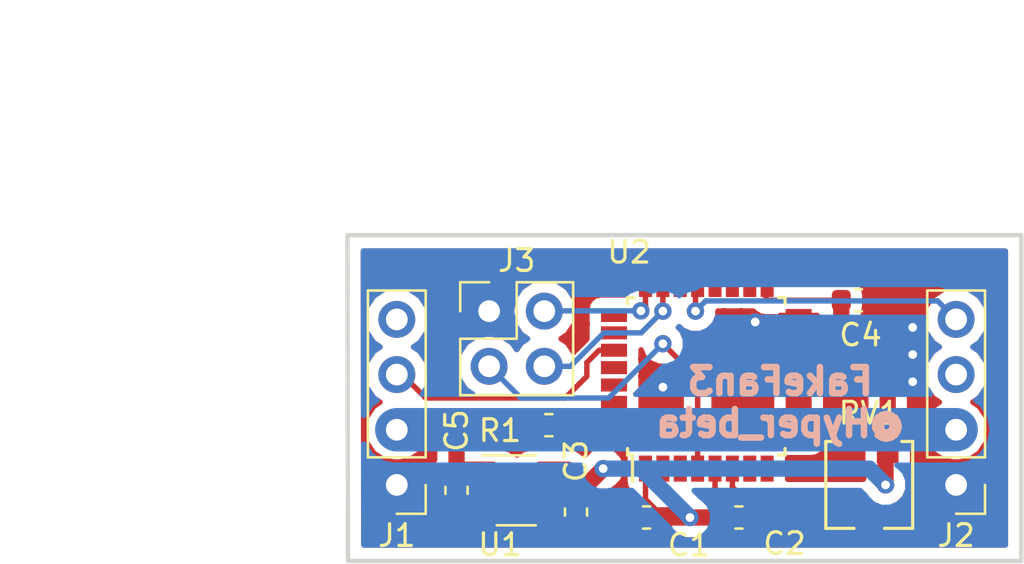
<source format=kicad_pcb>
(kicad_pcb (version 20171130) (host pcbnew "(5.0.0-dirty)")

  (general
    (thickness 1.6)
    (drawings 7)
    (tracks 105)
    (zones 0)
    (modules 12)
    (nets 11)
  )

  (page A4)
  (layers
    (0 F.Cu signal)
    (31 B.Cu signal)
    (32 B.Adhes user)
    (33 F.Adhes user)
    (34 B.Paste user)
    (35 F.Paste user)
    (36 B.SilkS user)
    (37 F.SilkS user)
    (38 B.Mask user)
    (39 F.Mask user)
    (40 Dwgs.User user)
    (41 Cmts.User user)
    (42 Eco1.User user)
    (43 Eco2.User user)
    (44 Edge.Cuts user)
    (45 Margin user)
    (46 B.CrtYd user)
    (47 F.CrtYd user)
    (48 B.Fab user)
    (49 F.Fab user hide)
  )

  (setup
    (last_trace_width 0.75)
    (user_trace_width 0.5)
    (user_trace_width 0.75)
    (user_trace_width 1)
    (user_trace_width 1.5)
    (user_trace_width 2)
    (trace_clearance 0.2)
    (zone_clearance 0.508)
    (zone_45_only no)
    (trace_min 0.2)
    (segment_width 0.2)
    (edge_width 0.15)
    (via_size 0.8)
    (via_drill 0.4)
    (via_min_size 0.4)
    (via_min_drill 0.3)
    (uvia_size 0.3)
    (uvia_drill 0.1)
    (uvias_allowed no)
    (uvia_min_size 0.2)
    (uvia_min_drill 0.1)
    (pcb_text_width 0.3)
    (pcb_text_size 1.5 1.5)
    (mod_edge_width 0.15)
    (mod_text_size 1 1)
    (mod_text_width 0.15)
    (pad_size 0.3 0.3)
    (pad_drill 0)
    (pad_to_mask_clearance 0.2)
    (aux_axis_origin 0 0)
    (visible_elements 7FFCFFFF)
    (pcbplotparams
      (layerselection 0x010f0_ffffffff)
      (usegerberextensions true)
      (usegerberattributes false)
      (usegerberadvancedattributes false)
      (creategerberjobfile false)
      (excludeedgelayer false)
      (linewidth 0.100000)
      (plotframeref false)
      (viasonmask false)
      (mode 1)
      (useauxorigin false)
      (hpglpennumber 1)
      (hpglpenspeed 20)
      (hpglpendiameter 15.000000)
      (psnegative false)
      (psa4output false)
      (plotreference true)
      (plotvalue false)
      (plotinvisibletext false)
      (padsonsilk false)
      (subtractmaskfromsilk false)
      (outputformat 1)
      (mirror false)
      (drillshape 0)
      (scaleselection 1)
      (outputdirectory "gab"))
  )

  (net 0 "")
  (net 1 GND)
  (net 2 +12V)
  (net 3 +3V3)
  (net 4 /SYS_CLK)
  (net 5 /SWDIO)
  (net 6 /NRST)
  (net 7 /FAKE1)
  (net 8 /FAN1)
  (net 9 /VR1)
  (net 10 "Net-(R1-Pad1)")

  (net_class Default "これはデフォルトのネット クラスです。"
    (clearance 0.2)
    (trace_width 0.25)
    (via_dia 0.8)
    (via_drill 0.4)
    (uvia_dia 0.3)
    (uvia_drill 0.1)
    (add_net +12V)
    (add_net +3V3)
    (add_net /FAKE1)
    (add_net /FAN1)
    (add_net /NRST)
    (add_net /SWDIO)
    (add_net /SYS_CLK)
    (add_net /VR1)
    (add_net GND)
    (add_net "Net-(R1-Pad1)")
  )

  (module Capacitor_SMD:C_0603_1608Metric (layer F.Cu) (tedit 5B301BBE) (tstamp 5CC1BBB0)
    (at 25 27.25 90)
    (descr "Capacitor SMD 0603 (1608 Metric), square (rectangular) end terminal, IPC_7351 nominal, (Body size source: http://www.tortai-tech.com/upload/download/2011102023233369053.pdf), generated with kicad-footprint-generator")
    (tags capacitor)
    (path /5C9BE818)
    (attr smd)
    (fp_text reference C3 (at 2.35 0 90) (layer F.SilkS)
      (effects (font (size 1 1) (thickness 0.15)))
    )
    (fp_text value 0.1u (at 0 1.43 90) (layer F.Fab)
      (effects (font (size 1 1) (thickness 0.15)))
    )
    (fp_text user %R (at 0 0 90) (layer F.Fab)
      (effects (font (size 0.4 0.4) (thickness 0.06)))
    )
    (fp_line (start 1.48 0.73) (end -1.48 0.73) (layer F.CrtYd) (width 0.05))
    (fp_line (start 1.48 -0.73) (end 1.48 0.73) (layer F.CrtYd) (width 0.05))
    (fp_line (start -1.48 -0.73) (end 1.48 -0.73) (layer F.CrtYd) (width 0.05))
    (fp_line (start -1.48 0.73) (end -1.48 -0.73) (layer F.CrtYd) (width 0.05))
    (fp_line (start -0.162779 0.51) (end 0.162779 0.51) (layer F.SilkS) (width 0.12))
    (fp_line (start -0.162779 -0.51) (end 0.162779 -0.51) (layer F.SilkS) (width 0.12))
    (fp_line (start 0.8 0.4) (end -0.8 0.4) (layer F.Fab) (width 0.1))
    (fp_line (start 0.8 -0.4) (end 0.8 0.4) (layer F.Fab) (width 0.1))
    (fp_line (start -0.8 -0.4) (end 0.8 -0.4) (layer F.Fab) (width 0.1))
    (fp_line (start -0.8 0.4) (end -0.8 -0.4) (layer F.Fab) (width 0.1))
    (pad 2 smd roundrect (at 0.7875 0 90) (size 0.875 0.95) (layers F.Cu F.Paste F.Mask) (roundrect_rratio 0.25)
      (net 3 +3V3))
    (pad 1 smd roundrect (at -0.7875 0 90) (size 0.875 0.95) (layers F.Cu F.Paste F.Mask) (roundrect_rratio 0.25)
      (net 1 GND))
    (model ${KISYS3DMOD}/Capacitor_SMD.3dshapes/C_0603_1608Metric.wrl
      (at (xyz 0 0 0))
      (scale (xyz 1 1 1))
      (rotate (xyz 0 0 0))
    )
  )

  (module Capacitor_SMD:C_0603_1608Metric (layer F.Cu) (tedit 5B301BBE) (tstamp 5CC1BB8E)
    (at 28.25 27.5)
    (descr "Capacitor SMD 0603 (1608 Metric), square (rectangular) end terminal, IPC_7351 nominal, (Body size source: http://www.tortai-tech.com/upload/download/2011102023233369053.pdf), generated with kicad-footprint-generator")
    (tags capacitor)
    (path /5F17564E)
    (attr smd)
    (fp_text reference C1 (at 1.95 1.27) (layer F.SilkS)
      (effects (font (size 1 1) (thickness 0.15)))
    )
    (fp_text value 0.47u (at 0 1.43) (layer F.Fab)
      (effects (font (size 1 1) (thickness 0.15)))
    )
    (fp_text user %R (at 0 0) (layer F.Fab)
      (effects (font (size 0.4 0.4) (thickness 0.06)))
    )
    (fp_line (start 1.48 0.73) (end -1.48 0.73) (layer F.CrtYd) (width 0.05))
    (fp_line (start 1.48 -0.73) (end 1.48 0.73) (layer F.CrtYd) (width 0.05))
    (fp_line (start -1.48 -0.73) (end 1.48 -0.73) (layer F.CrtYd) (width 0.05))
    (fp_line (start -1.48 0.73) (end -1.48 -0.73) (layer F.CrtYd) (width 0.05))
    (fp_line (start -0.162779 0.51) (end 0.162779 0.51) (layer F.SilkS) (width 0.12))
    (fp_line (start -0.162779 -0.51) (end 0.162779 -0.51) (layer F.SilkS) (width 0.12))
    (fp_line (start 0.8 0.4) (end -0.8 0.4) (layer F.Fab) (width 0.1))
    (fp_line (start 0.8 -0.4) (end 0.8 0.4) (layer F.Fab) (width 0.1))
    (fp_line (start -0.8 -0.4) (end 0.8 -0.4) (layer F.Fab) (width 0.1))
    (fp_line (start -0.8 0.4) (end -0.8 -0.4) (layer F.Fab) (width 0.1))
    (pad 2 smd roundrect (at 0.7875 0) (size 0.875 0.95) (layers F.Cu F.Paste F.Mask) (roundrect_rratio 0.25)
      (net 3 +3V3))
    (pad 1 smd roundrect (at -0.7875 0) (size 0.875 0.95) (layers F.Cu F.Paste F.Mask) (roundrect_rratio 0.25)
      (net 1 GND))
    (model ${KISYS3DMOD}/Capacitor_SMD.3dshapes/C_0603_1608Metric.wrl
      (at (xyz 0 0 0))
      (scale (xyz 1 1 1))
      (rotate (xyz 0 0 0))
    )
  )

  (module Capacitor_SMD:C_0603_1608Metric (layer F.Cu) (tedit 5B301BBE) (tstamp 5CC1DB11)
    (at 32.5 27.5 180)
    (descr "Capacitor SMD 0603 (1608 Metric), square (rectangular) end terminal, IPC_7351 nominal, (Body size source: http://www.tortai-tech.com/upload/download/2011102023233369053.pdf), generated with kicad-footprint-generator")
    (tags capacitor)
    (path /5C9BE6B4)
    (attr smd)
    (fp_text reference C2 (at -2.1 -1.2 180) (layer F.SilkS)
      (effects (font (size 1 1) (thickness 0.15)))
    )
    (fp_text value 0.1u (at 0 1.43 180) (layer F.Fab)
      (effects (font (size 1 1) (thickness 0.15)))
    )
    (fp_line (start -0.8 0.4) (end -0.8 -0.4) (layer F.Fab) (width 0.1))
    (fp_line (start -0.8 -0.4) (end 0.8 -0.4) (layer F.Fab) (width 0.1))
    (fp_line (start 0.8 -0.4) (end 0.8 0.4) (layer F.Fab) (width 0.1))
    (fp_line (start 0.8 0.4) (end -0.8 0.4) (layer F.Fab) (width 0.1))
    (fp_line (start -0.162779 -0.51) (end 0.162779 -0.51) (layer F.SilkS) (width 0.12))
    (fp_line (start -0.162779 0.51) (end 0.162779 0.51) (layer F.SilkS) (width 0.12))
    (fp_line (start -1.48 0.73) (end -1.48 -0.73) (layer F.CrtYd) (width 0.05))
    (fp_line (start -1.48 -0.73) (end 1.48 -0.73) (layer F.CrtYd) (width 0.05))
    (fp_line (start 1.48 -0.73) (end 1.48 0.73) (layer F.CrtYd) (width 0.05))
    (fp_line (start 1.48 0.73) (end -1.48 0.73) (layer F.CrtYd) (width 0.05))
    (fp_text user %R (at 0 0 180) (layer F.Fab)
      (effects (font (size 0.4 0.4) (thickness 0.06)))
    )
    (pad 1 smd roundrect (at -0.7875 0 180) (size 0.875 0.95) (layers F.Cu F.Paste F.Mask) (roundrect_rratio 0.25)
      (net 1 GND))
    (pad 2 smd roundrect (at 0.7875 0 180) (size 0.875 0.95) (layers F.Cu F.Paste F.Mask) (roundrect_rratio 0.25)
      (net 3 +3V3))
    (model ${KISYS3DMOD}/Capacitor_SMD.3dshapes/C_0603_1608Metric.wrl
      (at (xyz 0 0 0))
      (scale (xyz 1 1 1))
      (rotate (xyz 0 0 0))
    )
  )

  (module Capacitor_SMD:C_0603_1608Metric (layer F.Cu) (tedit 5B301BBE) (tstamp 5F1494C7)
    (at 38 17.5 180)
    (descr "Capacitor SMD 0603 (1608 Metric), square (rectangular) end terminal, IPC_7351 nominal, (Body size source: http://www.tortai-tech.com/upload/download/2011102023233369053.pdf), generated with kicad-footprint-generator")
    (tags capacitor)
    (path /5CAE3D3C)
    (attr smd)
    (fp_text reference C4 (at -0.1 -1.6 180) (layer F.SilkS)
      (effects (font (size 1 1) (thickness 0.15)))
    )
    (fp_text value 0.1u (at 0 1.43 180) (layer F.Fab)
      (effects (font (size 1 1) (thickness 0.15)))
    )
    (fp_text user %R (at 0 0 180) (layer F.Fab)
      (effects (font (size 0.4 0.4) (thickness 0.06)))
    )
    (fp_line (start 1.48 0.73) (end -1.48 0.73) (layer F.CrtYd) (width 0.05))
    (fp_line (start 1.48 -0.73) (end 1.48 0.73) (layer F.CrtYd) (width 0.05))
    (fp_line (start -1.48 -0.73) (end 1.48 -0.73) (layer F.CrtYd) (width 0.05))
    (fp_line (start -1.48 0.73) (end -1.48 -0.73) (layer F.CrtYd) (width 0.05))
    (fp_line (start -0.162779 0.51) (end 0.162779 0.51) (layer F.SilkS) (width 0.12))
    (fp_line (start -0.162779 -0.51) (end 0.162779 -0.51) (layer F.SilkS) (width 0.12))
    (fp_line (start 0.8 0.4) (end -0.8 0.4) (layer F.Fab) (width 0.1))
    (fp_line (start 0.8 -0.4) (end 0.8 0.4) (layer F.Fab) (width 0.1))
    (fp_line (start -0.8 -0.4) (end 0.8 -0.4) (layer F.Fab) (width 0.1))
    (fp_line (start -0.8 0.4) (end -0.8 -0.4) (layer F.Fab) (width 0.1))
    (pad 2 smd roundrect (at 0.7875 0 180) (size 0.875 0.95) (layers F.Cu F.Paste F.Mask) (roundrect_rratio 0.25)
      (net 3 +3V3))
    (pad 1 smd roundrect (at -0.7875 0 180) (size 0.875 0.95) (layers F.Cu F.Paste F.Mask) (roundrect_rratio 0.25)
      (net 1 GND))
    (model ${KISYS3DMOD}/Capacitor_SMD.3dshapes/C_0603_1608Metric.wrl
      (at (xyz 0 0 0))
      (scale (xyz 1 1 1))
      (rotate (xyz 0 0 0))
    )
  )

  (module Resistor_SMD:R_0603_1608Metric (layer F.Cu) (tedit 5B301BBD) (tstamp 5CC1BE5E)
    (at 23.75 23.25 180)
    (descr "Resistor SMD 0603 (1608 Metric), square (rectangular) end terminal, IPC_7351 nominal, (Body size source: http://www.tortai-tech.com/upload/download/2011102023233369053.pdf), generated with kicad-footprint-generator")
    (tags resistor)
    (path /5C9A00B2)
    (attr smd)
    (fp_text reference R1 (at 2.25 -0.25 180) (layer F.SilkS)
      (effects (font (size 1 1) (thickness 0.15)))
    )
    (fp_text value 10k (at 0 1.43 180) (layer F.Fab)
      (effects (font (size 1 1) (thickness 0.15)))
    )
    (fp_text user %R (at 0.052 0 180) (layer F.Fab)
      (effects (font (size 0.4 0.4) (thickness 0.06)))
    )
    (fp_line (start 1.48 0.73) (end -1.48 0.73) (layer F.CrtYd) (width 0.05))
    (fp_line (start 1.48 -0.73) (end 1.48 0.73) (layer F.CrtYd) (width 0.05))
    (fp_line (start -1.48 -0.73) (end 1.48 -0.73) (layer F.CrtYd) (width 0.05))
    (fp_line (start -1.48 0.73) (end -1.48 -0.73) (layer F.CrtYd) (width 0.05))
    (fp_line (start -0.162779 0.51) (end 0.162779 0.51) (layer F.SilkS) (width 0.12))
    (fp_line (start -0.162779 -0.51) (end 0.162779 -0.51) (layer F.SilkS) (width 0.12))
    (fp_line (start 0.8 0.4) (end -0.8 0.4) (layer F.Fab) (width 0.1))
    (fp_line (start 0.8 -0.4) (end 0.8 0.4) (layer F.Fab) (width 0.1))
    (fp_line (start -0.8 -0.4) (end 0.8 -0.4) (layer F.Fab) (width 0.1))
    (fp_line (start -0.8 0.4) (end -0.8 -0.4) (layer F.Fab) (width 0.1))
    (pad 2 smd roundrect (at 0.7875 0 180) (size 0.875 0.95) (layers F.Cu F.Paste F.Mask) (roundrect_rratio 0.25)
      (net 1 GND))
    (pad 1 smd roundrect (at -0.7875 0 180) (size 0.875 0.95) (layers F.Cu F.Paste F.Mask) (roundrect_rratio 0.25)
      (net 10 "Net-(R1-Pad1)"))
    (model ${KISYS3DMOD}/Resistor_SMD.3dshapes/R_0603_1608Metric.wrl
      (at (xyz 0 0 0))
      (scale (xyz 1 1 1))
      (rotate (xyz 0 0 0))
    )
  )

  (module pot:PVZ3A (layer F.Cu) (tedit 5CC1945C) (tstamp 5CC1E721)
    (at 38.5 26 180)
    (path /5CA931F2)
    (fp_text reference RV1 (at 0 3.302 180) (layer F.SilkS)
      (effects (font (size 1 1) (thickness 0.15)))
    )
    (fp_text value 22k (at -0.254 -2.921 180) (layer F.Fab)
      (effects (font (size 1 1) (thickness 0.15)))
    )
    (fp_line (start 2 2) (end 1.5 2) (layer F.SilkS) (width 0.15))
    (fp_line (start 2 -2) (end 2 2) (layer F.SilkS) (width 0.15))
    (fp_line (start 0.7 -2) (end 2 -2) (layer F.SilkS) (width 0.15))
    (fp_line (start -2 2) (end -1.5 2) (layer F.SilkS) (width 0.15))
    (fp_line (start -2 -2) (end -2 2) (layer F.SilkS) (width 0.15))
    (fp_line (start -0.7 -2) (end -2 -2) (layer F.SilkS) (width 0.15))
    (pad 3 smd rect (at 0.85 1.5 180) (size 1 1) (layers F.Cu F.Paste F.Mask)
      (net 1 GND))
    (pad 1 smd rect (at -0.85 1.5 180) (size 1 1) (layers F.Cu F.Paste F.Mask)
      (net 3 +3V3))
    (pad 2 smd rect (at 0 -1.5 180) (size 1.1 1) (layers F.Cu F.Paste F.Mask)
      (net 9 /VR1))
  )

  (module Package_QFP:LQFP-32_7x7mm_P0.8mm (layer F.Cu) (tedit 5A02F146) (tstamp 5CC1E3A3)
    (at 31 21 90)
    (descr "LQFP32: plastic low profile quad flat package; 32 leads; body 7 x 7 x 1.4 mm (see NXP sot358-1_po.pdf and sot358-1_fr.pdf)")
    (tags "QFP 0.8")
    (path /5CAA87C4)
    (attr smd)
    (fp_text reference U2 (at 5.715 -3.556 180) (layer F.SilkS)
      (effects (font (size 1 1) (thickness 0.15)))
    )
    (fp_text value STM32F030K6Tx (at 0 5.85 90) (layer F.Fab)
      (effects (font (size 1 1) (thickness 0.15)))
    )
    (fp_text user %R (at 0 0 90) (layer F.Fab)
      (effects (font (size 1 1) (thickness 0.15)))
    )
    (fp_line (start -2.5 -3.5) (end 3.5 -3.5) (layer F.Fab) (width 0.15))
    (fp_line (start 3.5 -3.5) (end 3.5 3.5) (layer F.Fab) (width 0.15))
    (fp_line (start 3.5 3.5) (end -3.5 3.5) (layer F.Fab) (width 0.15))
    (fp_line (start -3.5 3.5) (end -3.5 -2.5) (layer F.Fab) (width 0.15))
    (fp_line (start -3.5 -2.5) (end -2.5 -3.5) (layer F.Fab) (width 0.15))
    (fp_line (start -5.1 -5.1) (end -5.1 5.1) (layer F.CrtYd) (width 0.05))
    (fp_line (start 5.1 -5.1) (end 5.1 5.1) (layer F.CrtYd) (width 0.05))
    (fp_line (start -5.1 -5.1) (end 5.1 -5.1) (layer F.CrtYd) (width 0.05))
    (fp_line (start -5.1 5.1) (end 5.1 5.1) (layer F.CrtYd) (width 0.05))
    (fp_line (start -3.625 -3.625) (end -3.625 -3.4) (layer F.SilkS) (width 0.15))
    (fp_line (start 3.625 -3.625) (end 3.625 -3.325) (layer F.SilkS) (width 0.15))
    (fp_line (start 3.625 3.625) (end 3.625 3.325) (layer F.SilkS) (width 0.15))
    (fp_line (start -3.625 3.625) (end -3.625 3.325) (layer F.SilkS) (width 0.15))
    (fp_line (start -3.625 -3.625) (end -3.325 -3.625) (layer F.SilkS) (width 0.15))
    (fp_line (start -3.625 3.625) (end -3.325 3.625) (layer F.SilkS) (width 0.15))
    (fp_line (start 3.625 3.625) (end 3.325 3.625) (layer F.SilkS) (width 0.15))
    (fp_line (start 3.625 -3.625) (end 3.325 -3.625) (layer F.SilkS) (width 0.15))
    (fp_line (start -3.625 -3.4) (end -4.85 -3.4) (layer F.SilkS) (width 0.15))
    (pad 1 smd rect (at -4.25 -2.8 90) (size 1.2 0.6) (layers F.Cu F.Paste F.Mask)
      (net 3 +3V3))
    (pad 2 smd rect (at -4.25 -2 90) (size 1.2 0.6) (layers F.Cu F.Paste F.Mask))
    (pad 3 smd rect (at -4.25 -1.2 90) (size 1.2 0.6) (layers F.Cu F.Paste F.Mask))
    (pad 4 smd rect (at -4.25 -0.4 90) (size 1.2 0.6) (layers F.Cu F.Paste F.Mask)
      (net 6 /NRST))
    (pad 5 smd rect (at -4.25 0.4 90) (size 1.2 0.6) (layers F.Cu F.Paste F.Mask)
      (net 3 +3V3))
    (pad 6 smd rect (at -4.25 1.2 90) (size 1.2 0.6) (layers F.Cu F.Paste F.Mask)
      (net 9 /VR1))
    (pad 7 smd rect (at -4.25 2 90) (size 1.2 0.6) (layers F.Cu F.Paste F.Mask))
    (pad 8 smd rect (at -4.25 2.8 90) (size 1.2 0.6) (layers F.Cu F.Paste F.Mask))
    (pad 9 smd rect (at -2.8 4.25 180) (size 1.2 0.6) (layers F.Cu F.Paste F.Mask))
    (pad 10 smd rect (at -2 4.25 180) (size 1.2 0.6) (layers F.Cu F.Paste F.Mask))
    (pad 11 smd rect (at -1.2 4.25 180) (size 1.2 0.6) (layers F.Cu F.Paste F.Mask))
    (pad 12 smd rect (at -0.4 4.25 180) (size 1.2 0.6) (layers F.Cu F.Paste F.Mask))
    (pad 13 smd rect (at 0.4 4.25 180) (size 1.2 0.6) (layers F.Cu F.Paste F.Mask))
    (pad 14 smd rect (at 1.2 4.25 180) (size 1.2 0.6) (layers F.Cu F.Paste F.Mask))
    (pad 15 smd rect (at 2 4.25 180) (size 1.2 0.6) (layers F.Cu F.Paste F.Mask))
    (pad 16 smd rect (at 2.8 4.25 180) (size 1.2 0.6) (layers F.Cu F.Paste F.Mask)
      (net 1 GND))
    (pad 17 smd rect (at 4.25 2.8 90) (size 1.2 0.6) (layers F.Cu F.Paste F.Mask)
      (net 3 +3V3))
    (pad 18 smd rect (at 4.25 2 90) (size 1.2 0.6) (layers F.Cu F.Paste F.Mask))
    (pad 19 smd rect (at 4.25 1.2 90) (size 1.2 0.6) (layers F.Cu F.Paste F.Mask))
    (pad 20 smd rect (at 4.25 0.4 90) (size 1.2 0.6) (layers F.Cu F.Paste F.Mask))
    (pad 21 smd rect (at 4.25 -0.4 90) (size 1.2 0.6) (layers F.Cu F.Paste F.Mask)
      (net 8 /FAN1))
    (pad 22 smd rect (at 4.25 -1.2 90) (size 1.2 0.6) (layers F.Cu F.Paste F.Mask))
    (pad 23 smd rect (at 4.25 -2 90) (size 1.2 0.6) (layers F.Cu F.Paste F.Mask)
      (net 5 /SWDIO))
    (pad 24 smd rect (at 4.25 -2.8 90) (size 1.2 0.6) (layers F.Cu F.Paste F.Mask)
      (net 4 /SYS_CLK))
    (pad 25 smd rect (at 2.8 -4.25 180) (size 1.2 0.6) (layers F.Cu F.Paste F.Mask))
    (pad 26 smd rect (at 2 -4.25 180) (size 1.2 0.6) (layers F.Cu F.Paste F.Mask))
    (pad 27 smd rect (at 1.2 -4.25 180) (size 1.2 0.6) (layers F.Cu F.Paste F.Mask)
      (net 7 /FAKE1))
    (pad 28 smd rect (at 0.4 -4.25 180) (size 1.2 0.6) (layers F.Cu F.Paste F.Mask))
    (pad 29 smd rect (at -0.4 -4.25 180) (size 1.2 0.6) (layers F.Cu F.Paste F.Mask))
    (pad 30 smd rect (at -1.2 -4.25 180) (size 1.2 0.6) (layers F.Cu F.Paste F.Mask))
    (pad 31 smd rect (at -2 -4.25 180) (size 1.2 0.6) (layers F.Cu F.Paste F.Mask)
      (net 10 "Net-(R1-Pad1)"))
    (pad 32 smd rect (at -2.8 -4.25 180) (size 1.2 0.6) (layers F.Cu F.Paste F.Mask)
      (net 1 GND))
    (model ${KISYS3DMOD}/Package_QFP.3dshapes/LQFP-32_7x7mm_P0.8mm.wrl
      (at (xyz 0 0 0))
      (scale (xyz 1 1 1))
      (rotate (xyz 0 0 0))
    )
  )

  (module Connector_PinHeader_2.54mm:PinHeader_1x04_P2.54mm_Vertical (layer F.Cu) (tedit 59FED5CC) (tstamp 5F147F96)
    (at 16.75 26 180)
    (descr "Through hole straight pin header, 1x04, 2.54mm pitch, single row")
    (tags "Through hole pin header THT 1x04 2.54mm single row")
    (path /5CE2743E)
    (fp_text reference J1 (at 0 -2.33 180) (layer F.SilkS)
      (effects (font (size 1 1) (thickness 0.15)))
    )
    (fp_text value FIN1 (at 0 9.95 180) (layer F.Fab)
      (effects (font (size 1 1) (thickness 0.15)))
    )
    (fp_text user %R (at 0 3.81 270) (layer F.Fab)
      (effects (font (size 1 1) (thickness 0.15)))
    )
    (fp_line (start 1.8 -1.8) (end -1.8 -1.8) (layer F.CrtYd) (width 0.05))
    (fp_line (start 1.8 9.4) (end 1.8 -1.8) (layer F.CrtYd) (width 0.05))
    (fp_line (start -1.8 9.4) (end 1.8 9.4) (layer F.CrtYd) (width 0.05))
    (fp_line (start -1.8 -1.8) (end -1.8 9.4) (layer F.CrtYd) (width 0.05))
    (fp_line (start -1.33 -1.33) (end 0 -1.33) (layer F.SilkS) (width 0.12))
    (fp_line (start -1.33 0) (end -1.33 -1.33) (layer F.SilkS) (width 0.12))
    (fp_line (start -1.33 1.27) (end 1.33 1.27) (layer F.SilkS) (width 0.12))
    (fp_line (start 1.33 1.27) (end 1.33 8.95) (layer F.SilkS) (width 0.12))
    (fp_line (start -1.33 1.27) (end -1.33 8.95) (layer F.SilkS) (width 0.12))
    (fp_line (start -1.33 8.95) (end 1.33 8.95) (layer F.SilkS) (width 0.12))
    (fp_line (start -1.27 -0.635) (end -0.635 -1.27) (layer F.Fab) (width 0.1))
    (fp_line (start -1.27 8.89) (end -1.27 -0.635) (layer F.Fab) (width 0.1))
    (fp_line (start 1.27 8.89) (end -1.27 8.89) (layer F.Fab) (width 0.1))
    (fp_line (start 1.27 -1.27) (end 1.27 8.89) (layer F.Fab) (width 0.1))
    (fp_line (start -0.635 -1.27) (end 1.27 -1.27) (layer F.Fab) (width 0.1))
    (pad 4 thru_hole oval (at 0 7.62 180) (size 1.7 1.7) (drill 1) (layers *.Cu *.Mask))
    (pad 3 thru_hole oval (at 0 5.08 180) (size 1.7 1.7) (drill 1) (layers *.Cu *.Mask)
      (net 7 /FAKE1))
    (pad 2 thru_hole oval (at 0 2.54 180) (size 1.7 1.7) (drill 1) (layers *.Cu *.Mask)
      (net 2 +12V))
    (pad 1 thru_hole rect (at 0 0 180) (size 1.7 1.7) (drill 1) (layers *.Cu *.Mask)
      (net 1 GND))
    (model ${KISYS3DMOD}/Connector_PinHeader_2.54mm.3dshapes/PinHeader_1x04_P2.54mm_Vertical.wrl
      (at (xyz 0 0 0))
      (scale (xyz 1 1 1))
      (rotate (xyz 0 0 0))
    )
  )

  (module Connector_PinHeader_2.54mm:PinHeader_1x04_P2.54mm_Vertical (layer F.Cu) (tedit 59FED5CC) (tstamp 5F147FAD)
    (at 42.5 26 180)
    (descr "Through hole straight pin header, 1x04, 2.54mm pitch, single row")
    (tags "Through hole pin header THT 1x04 2.54mm single row")
    (path /5C9D3692)
    (fp_text reference J2 (at 0 -2.33 180) (layer F.SilkS)
      (effects (font (size 1 1) (thickness 0.15)))
    )
    (fp_text value FOUT1 (at 0 9.95 180) (layer F.Fab)
      (effects (font (size 1 1) (thickness 0.15)))
    )
    (fp_line (start -0.635 -1.27) (end 1.27 -1.27) (layer F.Fab) (width 0.1))
    (fp_line (start 1.27 -1.27) (end 1.27 8.89) (layer F.Fab) (width 0.1))
    (fp_line (start 1.27 8.89) (end -1.27 8.89) (layer F.Fab) (width 0.1))
    (fp_line (start -1.27 8.89) (end -1.27 -0.635) (layer F.Fab) (width 0.1))
    (fp_line (start -1.27 -0.635) (end -0.635 -1.27) (layer F.Fab) (width 0.1))
    (fp_line (start -1.33 8.95) (end 1.33 8.95) (layer F.SilkS) (width 0.12))
    (fp_line (start -1.33 1.27) (end -1.33 8.95) (layer F.SilkS) (width 0.12))
    (fp_line (start 1.33 1.27) (end 1.33 8.95) (layer F.SilkS) (width 0.12))
    (fp_line (start -1.33 1.27) (end 1.33 1.27) (layer F.SilkS) (width 0.12))
    (fp_line (start -1.33 0) (end -1.33 -1.33) (layer F.SilkS) (width 0.12))
    (fp_line (start -1.33 -1.33) (end 0 -1.33) (layer F.SilkS) (width 0.12))
    (fp_line (start -1.8 -1.8) (end -1.8 9.4) (layer F.CrtYd) (width 0.05))
    (fp_line (start -1.8 9.4) (end 1.8 9.4) (layer F.CrtYd) (width 0.05))
    (fp_line (start 1.8 9.4) (end 1.8 -1.8) (layer F.CrtYd) (width 0.05))
    (fp_line (start 1.8 -1.8) (end -1.8 -1.8) (layer F.CrtYd) (width 0.05))
    (fp_text user %R (at 0 3.81 270) (layer F.Fab)
      (effects (font (size 1 1) (thickness 0.15)))
    )
    (pad 1 thru_hole rect (at 0 0 180) (size 1.7 1.7) (drill 1) (layers *.Cu *.Mask)
      (net 1 GND))
    (pad 2 thru_hole oval (at 0 2.54 180) (size 1.7 1.7) (drill 1) (layers *.Cu *.Mask)
      (net 2 +12V))
    (pad 3 thru_hole oval (at 0 5.08 180) (size 1.7 1.7) (drill 1) (layers *.Cu *.Mask))
    (pad 4 thru_hole oval (at 0 7.62 180) (size 1.7 1.7) (drill 1) (layers *.Cu *.Mask)
      (net 8 /FAN1))
    (model ${KISYS3DMOD}/Connector_PinHeader_2.54mm.3dshapes/PinHeader_1x04_P2.54mm_Vertical.wrl
      (at (xyz 0 0 0))
      (scale (xyz 1 1 1))
      (rotate (xyz 0 0 0))
    )
  )

  (module Connector_PinHeader_2.54mm:PinHeader_2x02_P2.54mm_Vertical (layer F.Cu) (tedit 59FED5CC) (tstamp 5F147FDD)
    (at 21 18)
    (descr "Through hole straight pin header, 2x02, 2.54mm pitch, double rows")
    (tags "Through hole pin header THT 2x02 2.54mm double row")
    (path /5CCA1F41)
    (fp_text reference J3 (at 1.27 -2.33) (layer F.SilkS)
      (effects (font (size 1 1) (thickness 0.15)))
    )
    (fp_text value SWD (at 1.27 4.87) (layer F.Fab)
      (effects (font (size 1 1) (thickness 0.15)))
    )
    (fp_line (start 0 -1.27) (end 3.81 -1.27) (layer F.Fab) (width 0.1))
    (fp_line (start 3.81 -1.27) (end 3.81 3.81) (layer F.Fab) (width 0.1))
    (fp_line (start 3.81 3.81) (end -1.27 3.81) (layer F.Fab) (width 0.1))
    (fp_line (start -1.27 3.81) (end -1.27 0) (layer F.Fab) (width 0.1))
    (fp_line (start -1.27 0) (end 0 -1.27) (layer F.Fab) (width 0.1))
    (fp_line (start -1.33 3.87) (end 3.87 3.87) (layer F.SilkS) (width 0.12))
    (fp_line (start -1.33 1.27) (end -1.33 3.87) (layer F.SilkS) (width 0.12))
    (fp_line (start 3.87 -1.33) (end 3.87 3.87) (layer F.SilkS) (width 0.12))
    (fp_line (start -1.33 1.27) (end 1.27 1.27) (layer F.SilkS) (width 0.12))
    (fp_line (start 1.27 1.27) (end 1.27 -1.33) (layer F.SilkS) (width 0.12))
    (fp_line (start 1.27 -1.33) (end 3.87 -1.33) (layer F.SilkS) (width 0.12))
    (fp_line (start -1.33 0) (end -1.33 -1.33) (layer F.SilkS) (width 0.12))
    (fp_line (start -1.33 -1.33) (end 0 -1.33) (layer F.SilkS) (width 0.12))
    (fp_line (start -1.8 -1.8) (end -1.8 4.35) (layer F.CrtYd) (width 0.05))
    (fp_line (start -1.8 4.35) (end 4.35 4.35) (layer F.CrtYd) (width 0.05))
    (fp_line (start 4.35 4.35) (end 4.35 -1.8) (layer F.CrtYd) (width 0.05))
    (fp_line (start 4.35 -1.8) (end -1.8 -1.8) (layer F.CrtYd) (width 0.05))
    (fp_text user %R (at 1.27 1.27 90) (layer F.Fab)
      (effects (font (size 1 1) (thickness 0.15)))
    )
    (pad 1 thru_hole rect (at 0 0) (size 1.7 1.7) (drill 1) (layers *.Cu *.Mask)
      (net 1 GND))
    (pad 2 thru_hole oval (at 2.54 0) (size 1.7 1.7) (drill 1) (layers *.Cu *.Mask)
      (net 4 /SYS_CLK))
    (pad 3 thru_hole oval (at 0 2.54) (size 1.7 1.7) (drill 1) (layers *.Cu *.Mask)
      (net 6 /NRST))
    (pad 4 thru_hole oval (at 2.54 2.54) (size 1.7 1.7) (drill 1) (layers *.Cu *.Mask)
      (net 5 /SWDIO))
    (model ${KISYS3DMOD}/Connector_PinHeader_2.54mm.3dshapes/PinHeader_2x02_P2.54mm_Vertical.wrl
      (at (xyz 0 0 0))
      (scale (xyz 1 1 1))
      (rotate (xyz 0 0 0))
    )
  )

  (module Package_TO_SOT_SMD:SOT-23-5 (layer F.Cu) (tedit 5A02FF57) (tstamp 5F147FF3)
    (at 22.25 26.25)
    (descr "5-pin SOT23 package")
    (tags SOT-23-5)
    (path /5F16913F)
    (attr smd)
    (fp_text reference U1 (at -0.75 2.5) (layer F.SilkS)
      (effects (font (size 1 1) (thickness 0.15)))
    )
    (fp_text value NJM12888 (at 0 2.9) (layer F.Fab)
      (effects (font (size 1 1) (thickness 0.15)))
    )
    (fp_text user %R (at 0 0 90) (layer F.Fab)
      (effects (font (size 0.5 0.5) (thickness 0.075)))
    )
    (fp_line (start -0.9 1.61) (end 0.9 1.61) (layer F.SilkS) (width 0.12))
    (fp_line (start 0.9 -1.61) (end -1.55 -1.61) (layer F.SilkS) (width 0.12))
    (fp_line (start -1.9 -1.8) (end 1.9 -1.8) (layer F.CrtYd) (width 0.05))
    (fp_line (start 1.9 -1.8) (end 1.9 1.8) (layer F.CrtYd) (width 0.05))
    (fp_line (start 1.9 1.8) (end -1.9 1.8) (layer F.CrtYd) (width 0.05))
    (fp_line (start -1.9 1.8) (end -1.9 -1.8) (layer F.CrtYd) (width 0.05))
    (fp_line (start -0.9 -0.9) (end -0.25 -1.55) (layer F.Fab) (width 0.1))
    (fp_line (start 0.9 -1.55) (end -0.25 -1.55) (layer F.Fab) (width 0.1))
    (fp_line (start -0.9 -0.9) (end -0.9 1.55) (layer F.Fab) (width 0.1))
    (fp_line (start 0.9 1.55) (end -0.9 1.55) (layer F.Fab) (width 0.1))
    (fp_line (start 0.9 -1.55) (end 0.9 1.55) (layer F.Fab) (width 0.1))
    (pad 1 smd rect (at -1.1 -0.95) (size 1.06 0.65) (layers F.Cu F.Paste F.Mask)
      (net 2 +12V))
    (pad 2 smd rect (at -1.1 0) (size 1.06 0.65) (layers F.Cu F.Paste F.Mask)
      (net 1 GND))
    (pad 3 smd rect (at -1.1 0.95) (size 1.06 0.65) (layers F.Cu F.Paste F.Mask)
      (net 2 +12V))
    (pad 4 smd rect (at 1.1 0.95) (size 1.06 0.65) (layers F.Cu F.Paste F.Mask))
    (pad 5 smd rect (at 1.1 -0.95) (size 1.06 0.65) (layers F.Cu F.Paste F.Mask)
      (net 3 +3V3))
    (model ${KISYS3DMOD}/Package_TO_SOT_SMD.3dshapes/SOT-23-5.wrl
      (at (xyz 0 0 0))
      (scale (xyz 1 1 1))
      (rotate (xyz 0 0 0))
    )
  )

  (module Capacitor_SMD:C_0603_1608Metric (layer F.Cu) (tedit 5B301BBE) (tstamp 5F148DDA)
    (at 19.5 26.25 90)
    (descr "Capacitor SMD 0603 (1608 Metric), square (rectangular) end terminal, IPC_7351 nominal, (Body size source: http://www.tortai-tech.com/upload/download/2011102023233369053.pdf), generated with kicad-footprint-generator")
    (tags capacitor)
    (path /5F17FBA4)
    (attr smd)
    (fp_text reference C5 (at 2.75 0 90) (layer F.SilkS)
      (effects (font (size 1 1) (thickness 0.15)))
    )
    (fp_text value 0.1u (at 0 1.43 90) (layer F.Fab)
      (effects (font (size 1 1) (thickness 0.15)))
    )
    (fp_line (start -0.8 0.4) (end -0.8 -0.4) (layer F.Fab) (width 0.1))
    (fp_line (start -0.8 -0.4) (end 0.8 -0.4) (layer F.Fab) (width 0.1))
    (fp_line (start 0.8 -0.4) (end 0.8 0.4) (layer F.Fab) (width 0.1))
    (fp_line (start 0.8 0.4) (end -0.8 0.4) (layer F.Fab) (width 0.1))
    (fp_line (start -0.162779 -0.51) (end 0.162779 -0.51) (layer F.SilkS) (width 0.12))
    (fp_line (start -0.162779 0.51) (end 0.162779 0.51) (layer F.SilkS) (width 0.12))
    (fp_line (start -1.48 0.73) (end -1.48 -0.73) (layer F.CrtYd) (width 0.05))
    (fp_line (start -1.48 -0.73) (end 1.48 -0.73) (layer F.CrtYd) (width 0.05))
    (fp_line (start 1.48 -0.73) (end 1.48 0.73) (layer F.CrtYd) (width 0.05))
    (fp_line (start 1.48 0.73) (end -1.48 0.73) (layer F.CrtYd) (width 0.05))
    (fp_text user %R (at 0 0 90) (layer F.Fab)
      (effects (font (size 0.4 0.4) (thickness 0.06)))
    )
    (pad 1 smd roundrect (at -0.7875 0 90) (size 0.875 0.95) (layers F.Cu F.Paste F.Mask) (roundrect_rratio 0.25)
      (net 1 GND))
    (pad 2 smd roundrect (at 0.7875 0 90) (size 0.875 0.95) (layers F.Cu F.Paste F.Mask) (roundrect_rratio 0.25)
      (net 2 +12V))
    (model ${KISYS3DMOD}/Capacitor_SMD.3dshapes/C_0603_1608Metric.wrl
      (at (xyz 0 0 0))
      (scale (xyz 1 1 1))
      (rotate (xyz 0 0 0))
    )
  )

  (gr_text "FakeFan3\n@Hyper_beta" (at 34.4 22.2) (layer B.SilkS)
    (effects (font (size 1.2 1.2) (thickness 0.3)) (justify mirror))
  )
  (gr_line (start 14.5 29.5) (end 14.478 14.5) (layer Edge.Cuts) (width 0.2))
  (gr_line (start 45.5 29.5) (end 14.5 29.5) (layer Edge.Cuts) (width 0.2))
  (gr_line (start 45.5 14.5) (end 45.5 29.5) (layer Edge.Cuts) (width 0.2))
  (gr_line (start 14.5 14.5) (end 45.5 14.5) (layer Edge.Cuts) (width 0.2))
  (dimension 15 (width 0.3) (layer Eco1.User)
    (gr_text "15.000 mm" (at 4.018 22 270) (layer Eco1.User)
      (effects (font (size 1.5 1.5) (thickness 0.3)))
    )
    (feature1 (pts (xy 14.5 29.5) (xy 5.531579 29.5)))
    (feature2 (pts (xy 14.5 14.5) (xy 5.531579 14.5)))
    (crossbar (pts (xy 6.118 14.5) (xy 6.118 29.5)))
    (arrow1a (pts (xy 6.118 29.5) (xy 5.531579 28.373496)))
    (arrow1b (pts (xy 6.118 29.5) (xy 6.704421 28.373496)))
    (arrow2a (pts (xy 6.118 14.5) (xy 5.531579 15.626504)))
    (arrow2b (pts (xy 6.118 14.5) (xy 6.704421 15.626504)))
  )
  (dimension 31 (width 0.3) (layer Eco1.User)
    (gr_text "31.000 mm" (at 30 4.78) (layer Eco1.User)
      (effects (font (size 1.5 1.5) (thickness 0.3)))
    )
    (feature1 (pts (xy 45.5 14.5) (xy 45.5 6.293579)))
    (feature2 (pts (xy 14.5 14.5) (xy 14.5 6.293579)))
    (crossbar (pts (xy 14.5 6.88) (xy 45.5 6.88)))
    (arrow1a (pts (xy 45.5 6.88) (xy 44.373496 7.466421)))
    (arrow1b (pts (xy 45.5 6.88) (xy 44.373496 6.293579)))
    (arrow2a (pts (xy 14.5 6.88) (xy 15.626504 7.466421)))
    (arrow2b (pts (xy 14.5 6.88) (xy 15.626504 6.293579)))
  )

  (segment (start 20.2875 26.25) (end 19.5 27.0375) (width 0.25) (layer F.Cu) (net 1))
  (segment (start 21.15 26.25) (end 20.2875 26.25) (width 0.25) (layer F.Cu) (net 1))
  (segment (start 34.4 18.2) (end 34.1 18.5) (width 0.25) (layer F.Cu) (net 1))
  (segment (start 35.25 18.2) (end 34.4 18.2) (width 0.25) (layer F.Cu) (net 1))
  (segment (start 34.1 18.5) (end 33.75 18.5) (width 0.25) (layer F.Cu) (net 1))
  (segment (start 33.75 18.5) (end 33.25 18.5) (width 0.25) (layer F.Cu) (net 1))
  (via (at 33.25 18.5) (size 0.8) (drill 0.4) (layers F.Cu B.Cu) (net 1))
  (segment (start 36.1 18.2) (end 35.25 18.2) (width 0.25) (layer F.Cu) (net 1))
  (segment (start 36.512492 18.612492) (end 36.1 18.2) (width 0.25) (layer F.Cu) (net 1))
  (segment (start 36.512492 22.612492) (end 36.512492 18.612492) (width 0.25) (layer F.Cu) (net 1))
  (segment (start 37.65 23.75) (end 36.512492 22.612492) (width 0.25) (layer F.Cu) (net 1))
  (segment (start 37.65 24.5) (end 37.65 23.75) (width 0.25) (layer F.Cu) (net 1))
  (segment (start 27.6 23.8) (end 29 22.4) (width 0.25) (layer F.Cu) (net 1))
  (segment (start 26.75 23.8) (end 27.6 23.8) (width 0.25) (layer F.Cu) (net 1))
  (via (at 29 21.5) (size 0.8) (drill 0.4) (layers F.Cu B.Cu) (net 1))
  (segment (start 29 22.4) (end 29 21.5) (width 0.25) (layer F.Cu) (net 1))
  (segment (start 23.424112 23.711612) (end 22.9625 23.25) (width 0.25) (layer F.Cu) (net 1))
  (segment (start 23.76251 24.05001) (end 23.424112 23.711612) (width 0.25) (layer F.Cu) (net 1))
  (segment (start 25.64999 24.05001) (end 23.76251 24.05001) (width 0.25) (layer F.Cu) (net 1))
  (segment (start 25.9 23.8) (end 25.64999 24.05001) (width 0.25) (layer F.Cu) (net 1))
  (segment (start 26.75 23.8) (end 25.9 23.8) (width 0.25) (layer F.Cu) (net 1))
  (via (at 40.5 21.25) (size 0.8) (drill 0.4) (layers F.Cu B.Cu) (net 1))
  (via (at 40.5 20) (size 0.8) (drill 0.4) (layers F.Cu B.Cu) (net 1))
  (segment (start 40.25 19.815685) (end 40.5 21.25) (width 0.75) (layer F.Cu) (net 1))
  (segment (start 40.5 20) (end 40.25 19.815685) (width 0.75) (layer F.Cu) (net 1))
  (via (at 40.5 18.75) (size 0.8) (drill 0.4) (layers F.Cu B.Cu) (net 1))
  (segment (start 40.5 18.75) (end 40.5 20) (width 0.75) (layer B.Cu) (net 1))
  (segment (start 39.25 17.5) (end 38.7875 17.5) (width 0.75) (layer F.Cu) (net 1))
  (segment (start 40.5 18.75) (end 39.25 17.5) (width 0.75) (layer F.Cu) (net 1))
  (segment (start 16.91 23.3) (end 16.75 23.46) (width 0.25) (layer F.Cu) (net 2))
  (segment (start 21.93 25.3) (end 21.15 25.3) (width 0.25) (layer F.Cu) (net 2))
  (segment (start 22.005001 25.375001) (end 21.93 25.3) (width 0.25) (layer F.Cu) (net 2))
  (segment (start 22.005001 27.124999) (end 22.005001 25.375001) (width 0.25) (layer F.Cu) (net 2))
  (segment (start 21.93 27.2) (end 22.005001 27.124999) (width 0.25) (layer F.Cu) (net 2))
  (segment (start 21.15 27.2) (end 21.93 27.2) (width 0.25) (layer F.Cu) (net 2))
  (segment (start 38.9374 23.46) (end 42.5 23.46) (width 2) (layer B.Cu) (net 2))
  (segment (start 16.75 23.46) (end 38.9374 23.46) (width 2) (layer B.Cu) (net 2))
  (segment (start 19.5 25.4625) (end 19.5 24) (width 0.75) (layer F.Cu) (net 2))
  (segment (start 18.96 23.46) (end 16.75 23.46) (width 0.75) (layer F.Cu) (net 2))
  (segment (start 19.5 24) (end 18.96 23.46) (width 0.75) (layer F.Cu) (net 2))
  (segment (start 19.6625 25.3) (end 21.15 25.3) (width 0.75) (layer F.Cu) (net 2))
  (segment (start 19.5 25.4625) (end 19.6625 25.3) (width 0.75) (layer F.Cu) (net 2))
  (segment (start 28.2 26.6625) (end 28.2 25.25) (width 0.25) (layer F.Cu) (net 3))
  (segment (start 29.0375 27.5) (end 28.2 26.6625) (width 0.25) (layer F.Cu) (net 3))
  (segment (start 31.4 25.25) (end 31.4 26.15) (width 0.25) (layer F.Cu) (net 3))
  (segment (start 31.7125 26.4625) (end 31.7125 27.5) (width 0.25) (layer F.Cu) (net 3))
  (segment (start 31.4 26.15) (end 31.7125 26.4625) (width 0.25) (layer F.Cu) (net 3))
  (segment (start 24.63 25.3) (end 23.35 25.3) (width 0.75) (layer F.Cu) (net 3))
  (segment (start 25 25.67) (end 24.63 25.3) (width 0.75) (layer F.Cu) (net 3))
  (segment (start 25 26.4625) (end 25 25.67) (width 0.75) (layer F.Cu) (net 3))
  (via (at 30.25 27.5) (size 0.8) (drill 0.4) (layers F.Cu B.Cu) (net 3))
  (segment (start 26.25 25.25) (end 28 25.25) (width 0.75) (layer B.Cu) (net 3))
  (segment (start 28 25.25) (end 30.25 27.5) (width 0.75) (layer B.Cu) (net 3))
  (segment (start 30.25 27.5) (end 29.0375 27.5) (width 0.75) (layer F.Cu) (net 3))
  (segment (start 30.25 27.5) (end 31.7125 27.5) (width 0.75) (layer F.Cu) (net 3))
  (via (at 39.25 26) (size 0.8) (drill 0.4) (layers F.Cu B.Cu) (net 3))
  (segment (start 28 25.25) (end 38.5 25.25) (width 0.75) (layer B.Cu) (net 3))
  (segment (start 38.5 25.25) (end 39.25 26) (width 0.75) (layer B.Cu) (net 3))
  (segment (start 39.25 24.6) (end 39.35 24.5) (width 0.75) (layer F.Cu) (net 3))
  (segment (start 39.25 26) (end 39.25 24.6) (width 0.75) (layer F.Cu) (net 3))
  (segment (start 39.35 20.6375) (end 37.2125 18.5) (width 0.75) (layer F.Cu) (net 3))
  (segment (start 39.35 24.5) (end 39.35 20.6375) (width 0.75) (layer F.Cu) (net 3))
  (via (at 26.25 25.25) (size 0.8) (drill 0.4) (layers F.Cu B.Cu) (net 3))
  (segment (start 25 26.4625) (end 25.0375 26.4625) (width 0.75) (layer F.Cu) (net 3))
  (segment (start 25.0375 26.4625) (end 26.25 25.25) (width 0.75) (layer F.Cu) (net 3))
  (segment (start 33.75 16.8) (end 33.8 16.75) (width 0.25) (layer F.Cu) (net 3))
  (segment (start 37.2125 17.5) (end 33.75 17.5) (width 0.25) (layer F.Cu) (net 3))
  (segment (start 33.75 17.5) (end 33.75 16.8) (width 0.25) (layer F.Cu) (net 3))
  (segment (start 37.2125 18.5) (end 37.2125 17.5) (width 0.75) (layer F.Cu) (net 3))
  (via (at 27.987347 17.987347) (size 0.8) (drill 0.4) (layers F.Cu B.Cu) (net 4))
  (segment (start 28.2 16.75) (end 28.2 17.774694) (width 0.25) (layer F.Cu) (net 4))
  (segment (start 28.2 17.774694) (end 27.987347 17.987347) (width 0.25) (layer F.Cu) (net 4))
  (segment (start 23.552653 17.987347) (end 23.54 18) (width 0.25) (layer B.Cu) (net 4))
  (segment (start 27.987347 17.987347) (end 23.552653 17.987347) (width 0.25) (layer B.Cu) (net 4))
  (via (at 29 18) (size 0.8) (drill 0.4) (layers F.Cu B.Cu) (net 5))
  (segment (start 29 16.75) (end 29 18) (width 0.25) (layer F.Cu) (net 5))
  (segment (start 24.742081 20.54) (end 26.282081 19) (width 0.25) (layer B.Cu) (net 5))
  (segment (start 23.54 20.54) (end 24.742081 20.54) (width 0.25) (layer B.Cu) (net 5))
  (segment (start 28 19) (end 29 18) (width 0.25) (layer B.Cu) (net 5))
  (segment (start 26.282081 19) (end 28 19) (width 0.25) (layer B.Cu) (net 5))
  (via (at 29 19.5) (size 0.8) (drill 0.4) (layers F.Cu B.Cu) (net 6))
  (segment (start 30.6 21.1) (end 30.6 25.25) (width 0.25) (layer F.Cu) (net 6))
  (segment (start 29 19.5) (end 30.6 21.1) (width 0.25) (layer F.Cu) (net 6))
  (segment (start 26.5 22) (end 29 19.5) (width 0.25) (layer B.Cu) (net 6))
  (segment (start 21 20.54) (end 22.46 22) (width 0.25) (layer B.Cu) (net 6))
  (segment (start 22.46 22) (end 26.5 22) (width 0.25) (layer B.Cu) (net 6))
  (segment (start 26.75 19.8) (end 26.064998 19.8) (width 0.25) (layer F.Cu) (net 7))
  (segment (start 18.08 22) (end 17 20.92) (width 0.25) (layer F.Cu) (net 7))
  (segment (start 26.064998 19.8) (end 25.5 20.364998) (width 0.25) (layer F.Cu) (net 7))
  (segment (start 25.5 20.364998) (end 25.5 21) (width 0.25) (layer F.Cu) (net 7))
  (segment (start 25.5 21) (end 24.5 22) (width 0.25) (layer F.Cu) (net 7))
  (segment (start 24.5 22) (end 18.08 22) (width 0.25) (layer F.Cu) (net 7))
  (via (at 30.5 18) (size 0.8) (drill 0.4) (layers F.Cu B.Cu) (net 8))
  (segment (start 30.969999 17.530001) (end 30.5 18) (width 0.25) (layer B.Cu) (net 8))
  (segment (start 42.5 18.38) (end 41.650001 17.530001) (width 0.25) (layer B.Cu) (net 8))
  (segment (start 41.650001 17.530001) (end 30.969999 17.530001) (width 0.25) (layer B.Cu) (net 8))
  (segment (start 30.5 16.85) (end 30.6 16.75) (width 0.25) (layer F.Cu) (net 8))
  (segment (start 30.5 18) (end 30.5 16.85) (width 0.25) (layer F.Cu) (net 8))
  (segment (start 32.2 26.1) (end 32.6 26.5) (width 0.25) (layer F.Cu) (net 9))
  (segment (start 32.2 25.25) (end 32.2 26.1) (width 0.25) (layer F.Cu) (net 9))
  (segment (start 32.6 26.5) (end 38.25 26.5) (width 0.25) (layer F.Cu) (net 9))
  (segment (start 38.5 26.75) (end 38.5 27.5) (width 0.25) (layer F.Cu) (net 9))
  (segment (start 38.25 26.5) (end 38.5 26.75) (width 0.25) (layer F.Cu) (net 9))
  (segment (start 24.7875 23) (end 24.5375 23.25) (width 0.25) (layer F.Cu) (net 10))
  (segment (start 26.75 23) (end 24.7875 23) (width 0.25) (layer F.Cu) (net 10))

  (zone (net 1) (net_name GND) (layer F.Cu) (tstamp 5DCE7E54) (hatch edge 0.508)
    (connect_pads yes (clearance 0.508))
    (min_thickness 0.254)
    (fill yes (arc_segments 16) (thermal_gap 0.508) (thermal_bridge_width 0.508))
    (polygon
      (pts
        (xy 15 15) (xy 45 15) (xy 45 29) (xy 15 29)
      )
    )
    (filled_polygon
      (pts
        (xy 44.765001 28.765) (xy 15.233922 28.765) (xy 15.218692 18.38) (xy 15.235908 18.38) (xy 15.351161 18.959418)
        (xy 15.679375 19.450625) (xy 15.977761 19.65) (xy 15.679375 19.849375) (xy 15.351161 20.340582) (xy 15.235908 20.92)
        (xy 15.351161 21.499418) (xy 15.679375 21.990625) (xy 15.977761 22.19) (xy 15.679375 22.389375) (xy 15.351161 22.880582)
        (xy 15.235908 23.46) (xy 15.351161 24.039418) (xy 15.679375 24.530625) (xy 16.170582 24.858839) (xy 16.603744 24.945)
        (xy 16.896256 24.945) (xy 17.329418 24.858839) (xy 17.820625 24.530625) (xy 17.861133 24.47) (xy 18.490001 24.47)
        (xy 18.49 24.842673) (xy 18.443495 24.912273) (xy 18.37756 25.24375) (xy 18.37756 25.68125) (xy 18.443495 26.012727)
        (xy 18.631261 26.293739) (xy 18.912273 26.481505) (xy 19.24375 26.54744) (xy 19.75625 26.54744) (xy 20.087727 26.481505)
        (xy 20.144617 26.443493) (xy 20.021843 26.627235) (xy 19.97256 26.875) (xy 19.97256 27.525) (xy 20.021843 27.772765)
        (xy 20.162191 27.982809) (xy 20.372235 28.123157) (xy 20.62 28.17244) (xy 21.68 28.17244) (xy 21.927765 28.123157)
        (xy 22.137809 27.982809) (xy 22.175766 27.926003) (xy 22.226537 27.915904) (xy 22.289414 27.873891) (xy 22.362191 27.982809)
        (xy 22.572235 28.123157) (xy 22.82 28.17244) (xy 23.88 28.17244) (xy 24.127765 28.123157) (xy 24.337809 27.982809)
        (xy 24.478157 27.772765) (xy 24.52744 27.525) (xy 24.52744 27.504413) (xy 24.74375 27.54744) (xy 25.25625 27.54744)
        (xy 25.587727 27.481505) (xy 25.868739 27.293739) (xy 26.056505 27.012727) (xy 26.091485 26.83687) (xy 26.775925 26.152431)
        (xy 26.83628 26.127431) (xy 27.127431 25.83628) (xy 27.25256 25.534191) (xy 27.25256 25.85) (xy 27.301843 26.097765)
        (xy 27.44 26.30453) (xy 27.44 26.587653) (xy 27.425112 26.6625) (xy 27.44 26.737347) (xy 27.44 26.737351)
        (xy 27.484096 26.959036) (xy 27.652071 27.210429) (xy 27.71553 27.252831) (xy 27.95256 27.489861) (xy 27.95256 27.75625)
        (xy 28.018495 28.087727) (xy 28.206261 28.368739) (xy 28.487273 28.556505) (xy 28.81875 28.62244) (xy 29.25625 28.62244)
        (xy 29.587727 28.556505) (xy 29.657327 28.51) (xy 29.983771 28.51) (xy 30.044126 28.535) (xy 30.455874 28.535)
        (xy 30.516229 28.51) (xy 31.092673 28.51) (xy 31.162273 28.556505) (xy 31.49375 28.62244) (xy 31.93125 28.62244)
        (xy 32.262727 28.556505) (xy 32.543739 28.368739) (xy 32.731505 28.087727) (xy 32.79744 27.75625) (xy 32.79744 27.26)
        (xy 37.30256 27.26) (xy 37.30256 28) (xy 37.351843 28.247765) (xy 37.492191 28.457809) (xy 37.702235 28.598157)
        (xy 37.95 28.64744) (xy 39.05 28.64744) (xy 39.297765 28.598157) (xy 39.507809 28.457809) (xy 39.648157 28.247765)
        (xy 39.69744 28) (xy 39.69744 27) (xy 39.685484 26.939893) (xy 39.83628 26.877431) (xy 40.127431 26.58628)
        (xy 40.285 26.205874) (xy 40.285 25.794126) (xy 40.26 25.733771) (xy 40.26 25.489754) (xy 40.307809 25.457809)
        (xy 40.448157 25.247765) (xy 40.49744 25) (xy 40.49744 24) (xy 40.448157 23.752235) (xy 40.36 23.6203)
        (xy 40.36 20.73697) (xy 40.379786 20.637499) (xy 40.36 20.538028) (xy 40.36 20.538024) (xy 40.301399 20.243418)
        (xy 40.184497 20.068462) (xy 40.134517 19.993661) (xy 40.134516 19.99366) (xy 40.078169 19.909331) (xy 39.99384 19.852984)
        (xy 38.520856 18.38) (xy 40.985908 18.38) (xy 41.101161 18.959418) (xy 41.429375 19.450625) (xy 41.727761 19.65)
        (xy 41.429375 19.849375) (xy 41.101161 20.340582) (xy 40.985908 20.92) (xy 41.101161 21.499418) (xy 41.429375 21.990625)
        (xy 41.727761 22.19) (xy 41.429375 22.389375) (xy 41.101161 22.880582) (xy 40.985908 23.46) (xy 41.101161 24.039418)
        (xy 41.429375 24.530625) (xy 41.920582 24.858839) (xy 42.353744 24.945) (xy 42.646256 24.945) (xy 43.079418 24.858839)
        (xy 43.570625 24.530625) (xy 43.898839 24.039418) (xy 44.014092 23.46) (xy 43.898839 22.880582) (xy 43.570625 22.389375)
        (xy 43.272239 22.19) (xy 43.570625 21.990625) (xy 43.898839 21.499418) (xy 44.014092 20.92) (xy 43.898839 20.340582)
        (xy 43.570625 19.849375) (xy 43.272239 19.65) (xy 43.570625 19.450625) (xy 43.898839 18.959418) (xy 44.014092 18.38)
        (xy 43.898839 17.800582) (xy 43.570625 17.309375) (xy 43.079418 16.981161) (xy 42.646256 16.895) (xy 42.353744 16.895)
        (xy 41.920582 16.981161) (xy 41.429375 17.309375) (xy 41.101161 17.800582) (xy 40.985908 18.38) (xy 38.520856 18.38)
        (xy 38.230334 18.089479) (xy 38.231505 18.087727) (xy 38.29744 17.75625) (xy 38.29744 17.24375) (xy 38.231505 16.912273)
        (xy 38.043739 16.631261) (xy 37.762727 16.443495) (xy 37.43125 16.37756) (xy 36.99375 16.37756) (xy 36.662273 16.443495)
        (xy 36.381261 16.631261) (xy 36.308604 16.74) (xy 34.74744 16.74) (xy 34.74744 16.15) (xy 34.698157 15.902235)
        (xy 34.557809 15.692191) (xy 34.347765 15.551843) (xy 34.1 15.50256) (xy 33.5 15.50256) (xy 33.4 15.522451)
        (xy 33.3 15.50256) (xy 32.7 15.50256) (xy 32.6 15.522451) (xy 32.5 15.50256) (xy 31.9 15.50256)
        (xy 31.8 15.522451) (xy 31.7 15.50256) (xy 31.1 15.50256) (xy 31 15.522451) (xy 30.9 15.50256)
        (xy 30.3 15.50256) (xy 30.2 15.522451) (xy 30.1 15.50256) (xy 29.5 15.50256) (xy 29.4 15.522451)
        (xy 29.3 15.50256) (xy 28.7 15.50256) (xy 28.6 15.522451) (xy 28.5 15.50256) (xy 27.9 15.50256)
        (xy 27.652235 15.551843) (xy 27.442191 15.692191) (xy 27.301843 15.902235) (xy 27.25256 16.15) (xy 27.25256 17.25256)
        (xy 26.15 17.25256) (xy 25.902235 17.301843) (xy 25.692191 17.442191) (xy 25.551843 17.652235) (xy 25.50256 17.9)
        (xy 25.50256 18.5) (xy 25.522451 18.6) (xy 25.50256 18.7) (xy 25.50256 19.273785) (xy 25.474669 19.315527)
        (xy 25.01553 19.774667) (xy 24.952071 19.817069) (xy 24.897509 19.898727) (xy 24.610625 19.469375) (xy 24.312239 19.27)
        (xy 24.610625 19.070625) (xy 24.938839 18.579418) (xy 25.054092 18) (xy 24.938839 17.420582) (xy 24.610625 16.929375)
        (xy 24.119418 16.601161) (xy 23.686256 16.515) (xy 23.393744 16.515) (xy 22.960582 16.601161) (xy 22.469375 16.929375)
        (xy 22.141161 17.420582) (xy 22.025908 18) (xy 22.141161 18.579418) (xy 22.469375 19.070625) (xy 22.767761 19.27)
        (xy 22.469375 19.469375) (xy 22.27 19.767761) (xy 22.070625 19.469375) (xy 21.579418 19.141161) (xy 21.146256 19.055)
        (xy 20.853744 19.055) (xy 20.420582 19.141161) (xy 19.929375 19.469375) (xy 19.601161 19.960582) (xy 19.485908 20.54)
        (xy 19.601161 21.119418) (xy 19.681731 21.24) (xy 18.394802 21.24) (xy 18.232687 21.077885) (xy 18.264092 20.92)
        (xy 18.148839 20.340582) (xy 17.820625 19.849375) (xy 17.522239 19.65) (xy 17.820625 19.450625) (xy 18.148839 18.959418)
        (xy 18.264092 18.38) (xy 18.148839 17.800582) (xy 17.820625 17.309375) (xy 17.329418 16.981161) (xy 16.896256 16.895)
        (xy 16.603744 16.895) (xy 16.170582 16.981161) (xy 15.679375 17.309375) (xy 15.351161 17.800582) (xy 15.235908 18.38)
        (xy 15.218692 18.38) (xy 15.214079 15.235) (xy 44.765 15.235)
      )
    )
    (filled_polygon
      (pts
        (xy 36.568662 19.284518) (xy 38.340001 21.055857) (xy 38.34 23.620299) (xy 38.251843 23.752235) (xy 38.20256 24)
        (xy 38.20256 25) (xy 38.240001 25.188228) (xy 38.24 25.727101) (xy 38.175153 25.74) (xy 34.74744 25.74)
        (xy 34.74744 24.74744) (xy 35.85 24.74744) (xy 36.097765 24.698157) (xy 36.307809 24.557809) (xy 36.448157 24.347765)
        (xy 36.49744 24.1) (xy 36.49744 23.5) (xy 36.477549 23.4) (xy 36.49744 23.3) (xy 36.49744 22.7)
        (xy 36.477549 22.6) (xy 36.49744 22.5) (xy 36.49744 21.9) (xy 36.477549 21.8) (xy 36.49744 21.7)
        (xy 36.49744 21.1) (xy 36.477549 21) (xy 36.49744 20.9) (xy 36.49744 20.3) (xy 36.477549 20.2)
        (xy 36.49744 20.1) (xy 36.49744 19.5) (xy 36.477549 19.4) (xy 36.49744 19.3) (xy 36.49744 19.236928)
      )
    )
    (filled_polygon
      (pts
        (xy 28.122569 20.08628) (xy 28.41372 20.377431) (xy 28.794126 20.535) (xy 28.960199 20.535) (xy 29.84 21.414802)
        (xy 29.840001 24.00256) (xy 29.5 24.00256) (xy 29.4 24.022451) (xy 29.3 24.00256) (xy 28.7 24.00256)
        (xy 28.6 24.022451) (xy 28.5 24.00256) (xy 27.9 24.00256) (xy 27.652235 24.051843) (xy 27.442191 24.192191)
        (xy 27.301843 24.402235) (xy 27.25256 24.65) (xy 27.25256 24.965809) (xy 27.127431 24.66372) (xy 26.83628 24.372569)
        (xy 26.455874 24.215) (xy 26.044126 24.215) (xy 25.66372 24.372569) (xy 25.400742 24.635547) (xy 25.358169 24.571831)
        (xy 25.024082 24.348601) (xy 24.950089 24.333883) (xy 25.087727 24.306505) (xy 25.368739 24.118739) (xy 25.556505 23.837727)
        (xy 25.571966 23.76) (xy 25.69547 23.76) (xy 25.902235 23.898157) (xy 26.15 23.94744) (xy 27.35 23.94744)
        (xy 27.597765 23.898157) (xy 27.807809 23.757809) (xy 27.948157 23.547765) (xy 27.99744 23.3) (xy 27.99744 22.7)
        (xy 27.977549 22.6) (xy 27.99744 22.5) (xy 27.99744 21.9) (xy 27.977549 21.8) (xy 27.99744 21.7)
        (xy 27.99744 21.1) (xy 27.977549 21) (xy 27.99744 20.9) (xy 27.99744 20.3) (xy 27.977549 20.2)
        (xy 27.99744 20.1) (xy 27.99744 19.784191)
      )
    )
    (filled_polygon
      (pts
        (xy 23.45256 22.99375) (xy 23.45256 23.50625) (xy 23.518495 23.837727) (xy 23.706261 24.118739) (xy 23.962571 24.29)
        (xy 23.250524 24.29) (xy 23.061698 24.32756) (xy 22.82 24.32756) (xy 22.572235 24.376843) (xy 22.362191 24.517191)
        (xy 22.289414 24.626109) (xy 22.226537 24.584096) (xy 22.175766 24.573997) (xy 22.137809 24.517191) (xy 21.927765 24.376843)
        (xy 21.68 24.32756) (xy 21.438302 24.32756) (xy 21.249476 24.29) (xy 20.51 24.29) (xy 20.51 24.09947)
        (xy 20.529786 23.999999) (xy 20.51 23.900528) (xy 20.51 23.900524) (xy 20.451399 23.605918) (xy 20.228169 23.271831)
        (xy 20.143835 23.215481) (xy 19.744518 22.816163) (xy 19.706991 22.76) (xy 23.499056 22.76)
      )
    )
    (filled_polygon
      (pts
        (xy 32.7 17.99744) (xy 33.168335 17.99744) (xy 33.202071 18.047929) (xy 33.453463 18.215904) (xy 33.75 18.274889)
        (xy 33.824852 18.26) (xy 34.180291 18.26) (xy 34.051843 18.452235) (xy 34.00256 18.7) (xy 34.00256 19.3)
        (xy 34.022451 19.4) (xy 34.00256 19.5) (xy 34.00256 20.1) (xy 34.022451 20.2) (xy 34.00256 20.3)
        (xy 34.00256 20.9) (xy 34.022451 21) (xy 34.00256 21.1) (xy 34.00256 21.7) (xy 34.022451 21.8)
        (xy 34.00256 21.9) (xy 34.00256 22.5) (xy 34.022451 22.6) (xy 34.00256 22.7) (xy 34.00256 23.3)
        (xy 34.022451 23.4) (xy 34.00256 23.5) (xy 34.00256 24.00256) (xy 33.5 24.00256) (xy 33.4 24.022451)
        (xy 33.3 24.00256) (xy 32.7 24.00256) (xy 32.6 24.022451) (xy 32.5 24.00256) (xy 31.9 24.00256)
        (xy 31.8 24.022451) (xy 31.7 24.00256) (xy 31.36 24.00256) (xy 31.36 21.174848) (xy 31.374888 21.1)
        (xy 31.36 21.025152) (xy 31.36 21.025148) (xy 31.315904 20.803463) (xy 31.315904 20.803462) (xy 31.190329 20.615527)
        (xy 31.147929 20.552071) (xy 31.084473 20.509671) (xy 30.035 19.460199) (xy 30.035 19.294126) (xy 29.877431 18.91372)
        (xy 29.713711 18.75) (xy 29.75 18.713711) (xy 29.91372 18.877431) (xy 30.294126 19.035) (xy 30.705874 19.035)
        (xy 31.08628 18.877431) (xy 31.377431 18.58628) (xy 31.535 18.205874) (xy 31.535 17.99744) (xy 31.7 17.99744)
        (xy 31.8 17.977549) (xy 31.9 17.99744) (xy 32.5 17.99744) (xy 32.6 17.977549)
      )
    )
  )
  (zone (net 1) (net_name GND) (layer B.Cu) (tstamp 5DCE7E51) (hatch edge 0.508)
    (connect_pads yes (clearance 0.508))
    (min_thickness 0.254)
    (fill yes (arc_segments 16) (thermal_gap 0.508) (thermal_bridge_width 0.508))
    (polygon
      (pts
        (xy 15 15) (xy 45 15) (xy 45 29) (xy 15 29)
      )
    )
    (filled_polygon
      (pts
        (xy 44.765001 28.765) (xy 15.233922 28.765) (xy 15.227115 24.123764) (xy 15.571231 24.638769) (xy 16.112055 25.000136)
        (xy 16.588969 25.095) (xy 25.215 25.095) (xy 25.215 25.455874) (xy 25.372569 25.83628) (xy 25.66372 26.127431)
        (xy 26.044126 26.285) (xy 26.455874 26.285) (xy 26.516229 26.26) (xy 27.581645 26.26) (xy 29.347569 28.025925)
        (xy 29.372569 28.08628) (xy 29.66372 28.377431) (xy 30.044126 28.535) (xy 30.455874 28.535) (xy 30.83628 28.377431)
        (xy 31.127431 28.08628) (xy 31.285 27.705874) (xy 31.285 27.294126) (xy 31.127431 26.91372) (xy 30.83628 26.622569)
        (xy 30.775925 26.597569) (xy 30.438356 26.26) (xy 38.081645 26.26) (xy 38.347569 26.525924) (xy 38.372569 26.58628)
        (xy 38.66372 26.877431) (xy 39.044126 27.035) (xy 39.455874 27.035) (xy 39.83628 26.877431) (xy 40.127431 26.58628)
        (xy 40.285 26.205874) (xy 40.285 25.794126) (xy 40.127431 25.41372) (xy 39.83628 25.122569) (xy 39.775924 25.097569)
        (xy 39.773355 25.095) (xy 42.661031 25.095) (xy 43.137945 25.000136) (xy 43.678769 24.638769) (xy 44.040136 24.097945)
        (xy 44.167031 23.46) (xy 44.040136 22.822055) (xy 43.678769 22.281231) (xy 43.407236 22.099798) (xy 43.570625 21.990625)
        (xy 43.898839 21.499418) (xy 44.014092 20.92) (xy 43.898839 20.340582) (xy 43.570625 19.849375) (xy 43.272239 19.65)
        (xy 43.570625 19.450625) (xy 43.898839 18.959418) (xy 44.014092 18.38) (xy 43.898839 17.800582) (xy 43.570625 17.309375)
        (xy 43.079418 16.981161) (xy 42.646256 16.895) (xy 42.353744 16.895) (xy 42.133255 16.938858) (xy 41.946538 16.814097)
        (xy 41.724853 16.770001) (xy 41.724848 16.770001) (xy 41.650001 16.755113) (xy 41.575154 16.770001) (xy 31.044846 16.770001)
        (xy 30.969999 16.755113) (xy 30.895152 16.770001) (xy 30.895147 16.770001) (xy 30.673462 16.814097) (xy 30.44762 16.965)
        (xy 30.294126 16.965) (xy 29.91372 17.122569) (xy 29.75 17.286289) (xy 29.58628 17.122569) (xy 29.205874 16.965)
        (xy 28.794126 16.965) (xy 28.508947 17.083125) (xy 28.193221 16.952347) (xy 27.781473 16.952347) (xy 27.401067 17.109916)
        (xy 27.283636 17.227347) (xy 24.809724 17.227347) (xy 24.610625 16.929375) (xy 24.119418 16.601161) (xy 23.686256 16.515)
        (xy 23.393744 16.515) (xy 22.960582 16.601161) (xy 22.469375 16.929375) (xy 22.141161 17.420582) (xy 22.025908 18)
        (xy 22.141161 18.579418) (xy 22.469375 19.070625) (xy 22.767761 19.27) (xy 22.469375 19.469375) (xy 22.27 19.767761)
        (xy 22.070625 19.469375) (xy 21.579418 19.141161) (xy 21.146256 19.055) (xy 20.853744 19.055) (xy 20.420582 19.141161)
        (xy 19.929375 19.469375) (xy 19.601161 19.960582) (xy 19.485908 20.54) (xy 19.601161 21.119418) (xy 19.929375 21.610625)
        (xy 20.25021 21.825) (xy 17.931292 21.825) (xy 18.148839 21.499418) (xy 18.264092 20.92) (xy 18.148839 20.340582)
        (xy 17.820625 19.849375) (xy 17.522239 19.65) (xy 17.820625 19.450625) (xy 18.148839 18.959418) (xy 18.264092 18.38)
        (xy 18.148839 17.800582) (xy 17.820625 17.309375) (xy 17.329418 16.981161) (xy 16.896256 16.895) (xy 16.603744 16.895)
        (xy 16.170582 16.981161) (xy 15.679375 17.309375) (xy 15.351161 17.800582) (xy 15.235908 18.38) (xy 15.351161 18.959418)
        (xy 15.679375 19.450625) (xy 15.977761 19.65) (xy 15.679375 19.849375) (xy 15.351161 20.340582) (xy 15.235908 20.92)
        (xy 15.351161 21.499418) (xy 15.679375 21.990625) (xy 15.842764 22.099798) (xy 15.571231 22.281231) (xy 15.225173 22.799144)
        (xy 15.214079 15.235) (xy 44.765 15.235)
      )
    )
    (filled_polygon
      (pts
        (xy 40.985908 18.38) (xy 41.101161 18.959418) (xy 41.429375 19.450625) (xy 41.727761 19.65) (xy 41.429375 19.849375)
        (xy 41.101161 20.340582) (xy 40.985908 20.92) (xy 41.101161 21.499418) (xy 41.318708 21.825) (xy 27.749801 21.825)
        (xy 29.039802 20.535) (xy 29.205874 20.535) (xy 29.58628 20.377431) (xy 29.877431 20.08628) (xy 30.035 19.705874)
        (xy 30.035 19.294126) (xy 29.877431 18.91372) (xy 29.713711 18.75) (xy 29.75 18.713711) (xy 29.91372 18.877431)
        (xy 30.294126 19.035) (xy 30.705874 19.035) (xy 31.08628 18.877431) (xy 31.377431 18.58628) (xy 31.500154 18.290001)
        (xy 41.00381 18.290001)
      )
    )
  )
)

</source>
